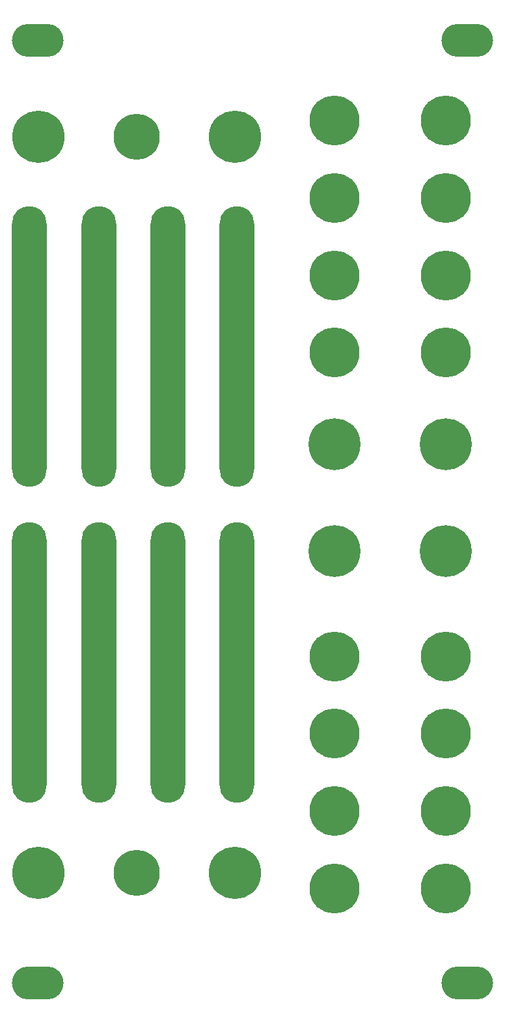
<source format=gbr>
%TF.GenerationSoftware,KiCad,Pcbnew,7.0.1-0*%
%TF.CreationDate,2024-01-08T18:47:45+13:00*%
%TF.ProjectId,MOL-panel,4d4f4c2d-7061-46e6-956c-2e6b69636164,rev?*%
%TF.SameCoordinates,Original*%
%TF.FileFunction,Soldermask,Bot*%
%TF.FilePolarity,Negative*%
%FSLAX46Y46*%
G04 Gerber Fmt 4.6, Leading zero omitted, Abs format (unit mm)*
G04 Created by KiCad (PCBNEW 7.0.1-0) date 2024-01-08 18:47:45*
%MOMM*%
%LPD*%
G01*
G04 APERTURE LIST*
%ADD10C,6.000000*%
%ADD11C,6.500000*%
%ADD12C,6.750000*%
%ADD13C,6.800000*%
%ADD14O,6.715000X4.302000*%
%ADD15O,4.500000X36.500000*%
G04 APERTURE END LIST*
D10*
%TO.C,BH2*%
X216280000Y-137950000D03*
%TD*%
D11*
%TO.C,JH16*%
X256480000Y-140000000D03*
%TD*%
%TO.C,JH7*%
X256480000Y-109850000D03*
%TD*%
%TO.C,JH1*%
X242030000Y-40200000D03*
%TD*%
%TO.C,JH4*%
X242030000Y-129950000D03*
%TD*%
%TO.C,JH3*%
X242030000Y-109850000D03*
%TD*%
D10*
%TO.C,BH1*%
X216280000Y-42300000D03*
%TD*%
D12*
%TO.C,PH10*%
X256490000Y-82300000D03*
%TD*%
D11*
%TO.C,JH8*%
X256480000Y-129950000D03*
%TD*%
D13*
%TO.C,SH3*%
X203480000Y-137950000D03*
%TD*%
D11*
%TO.C,JH9*%
X242030000Y-50250000D03*
%TD*%
%TO.C,JH13*%
X256480000Y-50250000D03*
%TD*%
D14*
%TO.C,J20*%
X259300000Y-29800000D03*
%TD*%
D15*
%TO.C,PH7*%
X220340000Y-110670000D03*
%TD*%
D12*
%TO.C,PH9*%
X242030000Y-82300000D03*
%TD*%
D15*
%TO.C,PH5*%
X202320000Y-110670000D03*
%TD*%
D11*
%TO.C,JH15*%
X256480000Y-119900000D03*
%TD*%
%TO.C,JH2*%
X242030000Y-60300000D03*
%TD*%
%TO.C,JH14*%
X256480000Y-70350000D03*
%TD*%
D14*
%TO.C,J19*%
X203400000Y-29800000D03*
%TD*%
D15*
%TO.C,PH4*%
X229320000Y-69570000D03*
%TD*%
D11*
%TO.C,JH11*%
X242030000Y-119900000D03*
%TD*%
D13*
%TO.C,SH2*%
X229080000Y-42300000D03*
%TD*%
D11*
%TO.C,JH12*%
X242030000Y-140000000D03*
%TD*%
%TO.C,JH10*%
X242030000Y-70350000D03*
%TD*%
D15*
%TO.C,PH8*%
X229320000Y-110670000D03*
%TD*%
D13*
%TO.C,SH1*%
X203480000Y-42300000D03*
%TD*%
D15*
%TO.C,PH2*%
X211330000Y-69570000D03*
%TD*%
D12*
%TO.C,PH11*%
X242020000Y-96150000D03*
%TD*%
D13*
%TO.C,SH4*%
X229080000Y-137950000D03*
%TD*%
D14*
%TO.C,J21*%
X203400000Y-152300000D03*
%TD*%
D15*
%TO.C,PH6*%
X211330000Y-110670000D03*
%TD*%
%TO.C,PH1*%
X202320000Y-69570000D03*
%TD*%
D14*
%TO.C,J18*%
X259300000Y-152300000D03*
%TD*%
D11*
%TO.C,JH6*%
X256480000Y-60300000D03*
%TD*%
D15*
%TO.C,PH3*%
X220330000Y-69570000D03*
%TD*%
D11*
%TO.C,JH5*%
X256480000Y-40200000D03*
%TD*%
D12*
%TO.C,PH12*%
X256480000Y-96150000D03*
%TD*%
M02*

</source>
